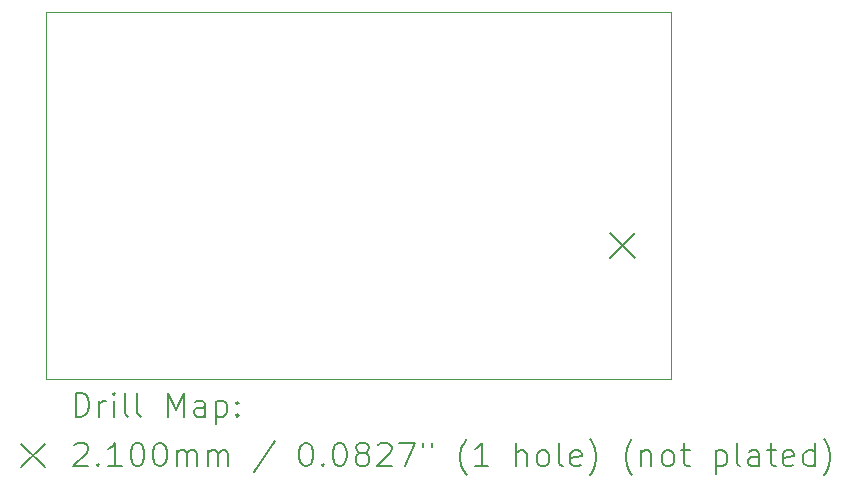
<source format=gbr>
%TF.GenerationSoftware,KiCad,Pcbnew,6.0.9-8da3e8f707~116~ubuntu20.04.1*%
%TF.CreationDate,2022-11-22T16:10:42+01:00*%
%TF.ProjectId,sda_keyboard,7364615f-6b65-4796-926f-6172642e6b69,rev?*%
%TF.SameCoordinates,Original*%
%TF.FileFunction,Drillmap*%
%TF.FilePolarity,Positive*%
%FSLAX45Y45*%
G04 Gerber Fmt 4.5, Leading zero omitted, Abs format (unit mm)*
G04 Created by KiCad (PCBNEW 6.0.9-8da3e8f707~116~ubuntu20.04.1) date 2022-11-22 16:10:42*
%MOMM*%
%LPD*%
G01*
G04 APERTURE LIST*
%ADD10C,0.100000*%
%ADD11C,0.200000*%
%ADD12C,0.210000*%
G04 APERTURE END LIST*
D10*
X11366500Y-9461500D02*
X11366500Y-6350000D01*
X16662400Y-9461500D02*
X11366500Y-9461500D01*
X16662400Y-6350000D02*
X16662400Y-9461500D01*
X11366500Y-6350000D02*
X16662400Y-6350000D01*
D11*
D12*
X16145000Y-8225000D02*
X16355000Y-8435000D01*
X16355000Y-8225000D02*
X16145000Y-8435000D01*
D11*
X11619119Y-9776976D02*
X11619119Y-9576976D01*
X11666738Y-9576976D01*
X11695309Y-9586500D01*
X11714357Y-9605548D01*
X11723881Y-9624595D01*
X11733405Y-9662690D01*
X11733405Y-9691262D01*
X11723881Y-9729357D01*
X11714357Y-9748405D01*
X11695309Y-9767452D01*
X11666738Y-9776976D01*
X11619119Y-9776976D01*
X11819119Y-9776976D02*
X11819119Y-9643643D01*
X11819119Y-9681738D02*
X11828643Y-9662690D01*
X11838167Y-9653167D01*
X11857214Y-9643643D01*
X11876262Y-9643643D01*
X11942928Y-9776976D02*
X11942928Y-9643643D01*
X11942928Y-9576976D02*
X11933405Y-9586500D01*
X11942928Y-9596024D01*
X11952452Y-9586500D01*
X11942928Y-9576976D01*
X11942928Y-9596024D01*
X12066738Y-9776976D02*
X12047690Y-9767452D01*
X12038167Y-9748405D01*
X12038167Y-9576976D01*
X12171500Y-9776976D02*
X12152452Y-9767452D01*
X12142928Y-9748405D01*
X12142928Y-9576976D01*
X12400071Y-9776976D02*
X12400071Y-9576976D01*
X12466738Y-9719833D01*
X12533405Y-9576976D01*
X12533405Y-9776976D01*
X12714357Y-9776976D02*
X12714357Y-9672214D01*
X12704833Y-9653167D01*
X12685786Y-9643643D01*
X12647690Y-9643643D01*
X12628643Y-9653167D01*
X12714357Y-9767452D02*
X12695309Y-9776976D01*
X12647690Y-9776976D01*
X12628643Y-9767452D01*
X12619119Y-9748405D01*
X12619119Y-9729357D01*
X12628643Y-9710310D01*
X12647690Y-9700786D01*
X12695309Y-9700786D01*
X12714357Y-9691262D01*
X12809595Y-9643643D02*
X12809595Y-9843643D01*
X12809595Y-9653167D02*
X12828643Y-9643643D01*
X12866738Y-9643643D01*
X12885786Y-9653167D01*
X12895309Y-9662690D01*
X12904833Y-9681738D01*
X12904833Y-9738881D01*
X12895309Y-9757929D01*
X12885786Y-9767452D01*
X12866738Y-9776976D01*
X12828643Y-9776976D01*
X12809595Y-9767452D01*
X12990548Y-9757929D02*
X13000071Y-9767452D01*
X12990548Y-9776976D01*
X12981024Y-9767452D01*
X12990548Y-9757929D01*
X12990548Y-9776976D01*
X12990548Y-9653167D02*
X13000071Y-9662690D01*
X12990548Y-9672214D01*
X12981024Y-9662690D01*
X12990548Y-9653167D01*
X12990548Y-9672214D01*
X11161500Y-10006500D02*
X11361500Y-10206500D01*
X11361500Y-10006500D02*
X11161500Y-10206500D01*
X11609595Y-10016024D02*
X11619119Y-10006500D01*
X11638167Y-9996976D01*
X11685786Y-9996976D01*
X11704833Y-10006500D01*
X11714357Y-10016024D01*
X11723881Y-10035071D01*
X11723881Y-10054119D01*
X11714357Y-10082690D01*
X11600071Y-10196976D01*
X11723881Y-10196976D01*
X11809595Y-10177929D02*
X11819119Y-10187452D01*
X11809595Y-10196976D01*
X11800071Y-10187452D01*
X11809595Y-10177929D01*
X11809595Y-10196976D01*
X12009595Y-10196976D02*
X11895309Y-10196976D01*
X11952452Y-10196976D02*
X11952452Y-9996976D01*
X11933405Y-10025548D01*
X11914357Y-10044595D01*
X11895309Y-10054119D01*
X12133405Y-9996976D02*
X12152452Y-9996976D01*
X12171500Y-10006500D01*
X12181024Y-10016024D01*
X12190548Y-10035071D01*
X12200071Y-10073167D01*
X12200071Y-10120786D01*
X12190548Y-10158881D01*
X12181024Y-10177929D01*
X12171500Y-10187452D01*
X12152452Y-10196976D01*
X12133405Y-10196976D01*
X12114357Y-10187452D01*
X12104833Y-10177929D01*
X12095309Y-10158881D01*
X12085786Y-10120786D01*
X12085786Y-10073167D01*
X12095309Y-10035071D01*
X12104833Y-10016024D01*
X12114357Y-10006500D01*
X12133405Y-9996976D01*
X12323881Y-9996976D02*
X12342928Y-9996976D01*
X12361976Y-10006500D01*
X12371500Y-10016024D01*
X12381024Y-10035071D01*
X12390548Y-10073167D01*
X12390548Y-10120786D01*
X12381024Y-10158881D01*
X12371500Y-10177929D01*
X12361976Y-10187452D01*
X12342928Y-10196976D01*
X12323881Y-10196976D01*
X12304833Y-10187452D01*
X12295309Y-10177929D01*
X12285786Y-10158881D01*
X12276262Y-10120786D01*
X12276262Y-10073167D01*
X12285786Y-10035071D01*
X12295309Y-10016024D01*
X12304833Y-10006500D01*
X12323881Y-9996976D01*
X12476262Y-10196976D02*
X12476262Y-10063643D01*
X12476262Y-10082690D02*
X12485786Y-10073167D01*
X12504833Y-10063643D01*
X12533405Y-10063643D01*
X12552452Y-10073167D01*
X12561976Y-10092214D01*
X12561976Y-10196976D01*
X12561976Y-10092214D02*
X12571500Y-10073167D01*
X12590548Y-10063643D01*
X12619119Y-10063643D01*
X12638167Y-10073167D01*
X12647690Y-10092214D01*
X12647690Y-10196976D01*
X12742928Y-10196976D02*
X12742928Y-10063643D01*
X12742928Y-10082690D02*
X12752452Y-10073167D01*
X12771500Y-10063643D01*
X12800071Y-10063643D01*
X12819119Y-10073167D01*
X12828643Y-10092214D01*
X12828643Y-10196976D01*
X12828643Y-10092214D02*
X12838167Y-10073167D01*
X12857214Y-10063643D01*
X12885786Y-10063643D01*
X12904833Y-10073167D01*
X12914357Y-10092214D01*
X12914357Y-10196976D01*
X13304833Y-9987452D02*
X13133405Y-10244595D01*
X13561976Y-9996976D02*
X13581024Y-9996976D01*
X13600071Y-10006500D01*
X13609595Y-10016024D01*
X13619119Y-10035071D01*
X13628643Y-10073167D01*
X13628643Y-10120786D01*
X13619119Y-10158881D01*
X13609595Y-10177929D01*
X13600071Y-10187452D01*
X13581024Y-10196976D01*
X13561976Y-10196976D01*
X13542928Y-10187452D01*
X13533405Y-10177929D01*
X13523881Y-10158881D01*
X13514357Y-10120786D01*
X13514357Y-10073167D01*
X13523881Y-10035071D01*
X13533405Y-10016024D01*
X13542928Y-10006500D01*
X13561976Y-9996976D01*
X13714357Y-10177929D02*
X13723881Y-10187452D01*
X13714357Y-10196976D01*
X13704833Y-10187452D01*
X13714357Y-10177929D01*
X13714357Y-10196976D01*
X13847690Y-9996976D02*
X13866738Y-9996976D01*
X13885786Y-10006500D01*
X13895309Y-10016024D01*
X13904833Y-10035071D01*
X13914357Y-10073167D01*
X13914357Y-10120786D01*
X13904833Y-10158881D01*
X13895309Y-10177929D01*
X13885786Y-10187452D01*
X13866738Y-10196976D01*
X13847690Y-10196976D01*
X13828643Y-10187452D01*
X13819119Y-10177929D01*
X13809595Y-10158881D01*
X13800071Y-10120786D01*
X13800071Y-10073167D01*
X13809595Y-10035071D01*
X13819119Y-10016024D01*
X13828643Y-10006500D01*
X13847690Y-9996976D01*
X14028643Y-10082690D02*
X14009595Y-10073167D01*
X14000071Y-10063643D01*
X13990548Y-10044595D01*
X13990548Y-10035071D01*
X14000071Y-10016024D01*
X14009595Y-10006500D01*
X14028643Y-9996976D01*
X14066738Y-9996976D01*
X14085786Y-10006500D01*
X14095309Y-10016024D01*
X14104833Y-10035071D01*
X14104833Y-10044595D01*
X14095309Y-10063643D01*
X14085786Y-10073167D01*
X14066738Y-10082690D01*
X14028643Y-10082690D01*
X14009595Y-10092214D01*
X14000071Y-10101738D01*
X13990548Y-10120786D01*
X13990548Y-10158881D01*
X14000071Y-10177929D01*
X14009595Y-10187452D01*
X14028643Y-10196976D01*
X14066738Y-10196976D01*
X14085786Y-10187452D01*
X14095309Y-10177929D01*
X14104833Y-10158881D01*
X14104833Y-10120786D01*
X14095309Y-10101738D01*
X14085786Y-10092214D01*
X14066738Y-10082690D01*
X14181024Y-10016024D02*
X14190548Y-10006500D01*
X14209595Y-9996976D01*
X14257214Y-9996976D01*
X14276262Y-10006500D01*
X14285786Y-10016024D01*
X14295309Y-10035071D01*
X14295309Y-10054119D01*
X14285786Y-10082690D01*
X14171500Y-10196976D01*
X14295309Y-10196976D01*
X14361976Y-9996976D02*
X14495309Y-9996976D01*
X14409595Y-10196976D01*
X14561976Y-9996976D02*
X14561976Y-10035071D01*
X14638167Y-9996976D02*
X14638167Y-10035071D01*
X14933405Y-10273167D02*
X14923881Y-10263643D01*
X14904833Y-10235071D01*
X14895309Y-10216024D01*
X14885786Y-10187452D01*
X14876262Y-10139833D01*
X14876262Y-10101738D01*
X14885786Y-10054119D01*
X14895309Y-10025548D01*
X14904833Y-10006500D01*
X14923881Y-9977929D01*
X14933405Y-9968405D01*
X15114357Y-10196976D02*
X15000071Y-10196976D01*
X15057214Y-10196976D02*
X15057214Y-9996976D01*
X15038167Y-10025548D01*
X15019119Y-10044595D01*
X15000071Y-10054119D01*
X15352452Y-10196976D02*
X15352452Y-9996976D01*
X15438167Y-10196976D02*
X15438167Y-10092214D01*
X15428643Y-10073167D01*
X15409595Y-10063643D01*
X15381024Y-10063643D01*
X15361976Y-10073167D01*
X15352452Y-10082690D01*
X15561976Y-10196976D02*
X15542928Y-10187452D01*
X15533405Y-10177929D01*
X15523881Y-10158881D01*
X15523881Y-10101738D01*
X15533405Y-10082690D01*
X15542928Y-10073167D01*
X15561976Y-10063643D01*
X15590548Y-10063643D01*
X15609595Y-10073167D01*
X15619119Y-10082690D01*
X15628643Y-10101738D01*
X15628643Y-10158881D01*
X15619119Y-10177929D01*
X15609595Y-10187452D01*
X15590548Y-10196976D01*
X15561976Y-10196976D01*
X15742928Y-10196976D02*
X15723881Y-10187452D01*
X15714357Y-10168405D01*
X15714357Y-9996976D01*
X15895309Y-10187452D02*
X15876262Y-10196976D01*
X15838167Y-10196976D01*
X15819119Y-10187452D01*
X15809595Y-10168405D01*
X15809595Y-10092214D01*
X15819119Y-10073167D01*
X15838167Y-10063643D01*
X15876262Y-10063643D01*
X15895309Y-10073167D01*
X15904833Y-10092214D01*
X15904833Y-10111262D01*
X15809595Y-10130310D01*
X15971500Y-10273167D02*
X15981024Y-10263643D01*
X16000071Y-10235071D01*
X16009595Y-10216024D01*
X16019119Y-10187452D01*
X16028643Y-10139833D01*
X16028643Y-10101738D01*
X16019119Y-10054119D01*
X16009595Y-10025548D01*
X16000071Y-10006500D01*
X15981024Y-9977929D01*
X15971500Y-9968405D01*
X16333405Y-10273167D02*
X16323881Y-10263643D01*
X16304833Y-10235071D01*
X16295309Y-10216024D01*
X16285786Y-10187452D01*
X16276262Y-10139833D01*
X16276262Y-10101738D01*
X16285786Y-10054119D01*
X16295309Y-10025548D01*
X16304833Y-10006500D01*
X16323881Y-9977929D01*
X16333405Y-9968405D01*
X16409595Y-10063643D02*
X16409595Y-10196976D01*
X16409595Y-10082690D02*
X16419119Y-10073167D01*
X16438167Y-10063643D01*
X16466738Y-10063643D01*
X16485786Y-10073167D01*
X16495309Y-10092214D01*
X16495309Y-10196976D01*
X16619119Y-10196976D02*
X16600071Y-10187452D01*
X16590548Y-10177929D01*
X16581024Y-10158881D01*
X16581024Y-10101738D01*
X16590548Y-10082690D01*
X16600071Y-10073167D01*
X16619119Y-10063643D01*
X16647690Y-10063643D01*
X16666738Y-10073167D01*
X16676262Y-10082690D01*
X16685786Y-10101738D01*
X16685786Y-10158881D01*
X16676262Y-10177929D01*
X16666738Y-10187452D01*
X16647690Y-10196976D01*
X16619119Y-10196976D01*
X16742928Y-10063643D02*
X16819119Y-10063643D01*
X16771500Y-9996976D02*
X16771500Y-10168405D01*
X16781024Y-10187452D01*
X16800071Y-10196976D01*
X16819119Y-10196976D01*
X17038167Y-10063643D02*
X17038167Y-10263643D01*
X17038167Y-10073167D02*
X17057214Y-10063643D01*
X17095310Y-10063643D01*
X17114357Y-10073167D01*
X17123881Y-10082690D01*
X17133405Y-10101738D01*
X17133405Y-10158881D01*
X17123881Y-10177929D01*
X17114357Y-10187452D01*
X17095310Y-10196976D01*
X17057214Y-10196976D01*
X17038167Y-10187452D01*
X17247690Y-10196976D02*
X17228643Y-10187452D01*
X17219119Y-10168405D01*
X17219119Y-9996976D01*
X17409595Y-10196976D02*
X17409595Y-10092214D01*
X17400071Y-10073167D01*
X17381024Y-10063643D01*
X17342929Y-10063643D01*
X17323881Y-10073167D01*
X17409595Y-10187452D02*
X17390548Y-10196976D01*
X17342929Y-10196976D01*
X17323881Y-10187452D01*
X17314357Y-10168405D01*
X17314357Y-10149357D01*
X17323881Y-10130310D01*
X17342929Y-10120786D01*
X17390548Y-10120786D01*
X17409595Y-10111262D01*
X17476262Y-10063643D02*
X17552452Y-10063643D01*
X17504833Y-9996976D02*
X17504833Y-10168405D01*
X17514357Y-10187452D01*
X17533405Y-10196976D01*
X17552452Y-10196976D01*
X17695310Y-10187452D02*
X17676262Y-10196976D01*
X17638167Y-10196976D01*
X17619119Y-10187452D01*
X17609595Y-10168405D01*
X17609595Y-10092214D01*
X17619119Y-10073167D01*
X17638167Y-10063643D01*
X17676262Y-10063643D01*
X17695310Y-10073167D01*
X17704833Y-10092214D01*
X17704833Y-10111262D01*
X17609595Y-10130310D01*
X17876262Y-10196976D02*
X17876262Y-9996976D01*
X17876262Y-10187452D02*
X17857214Y-10196976D01*
X17819119Y-10196976D01*
X17800071Y-10187452D01*
X17790548Y-10177929D01*
X17781024Y-10158881D01*
X17781024Y-10101738D01*
X17790548Y-10082690D01*
X17800071Y-10073167D01*
X17819119Y-10063643D01*
X17857214Y-10063643D01*
X17876262Y-10073167D01*
X17952452Y-10273167D02*
X17961976Y-10263643D01*
X17981024Y-10235071D01*
X17990548Y-10216024D01*
X18000071Y-10187452D01*
X18009595Y-10139833D01*
X18009595Y-10101738D01*
X18000071Y-10054119D01*
X17990548Y-10025548D01*
X17981024Y-10006500D01*
X17961976Y-9977929D01*
X17952452Y-9968405D01*
M02*

</source>
